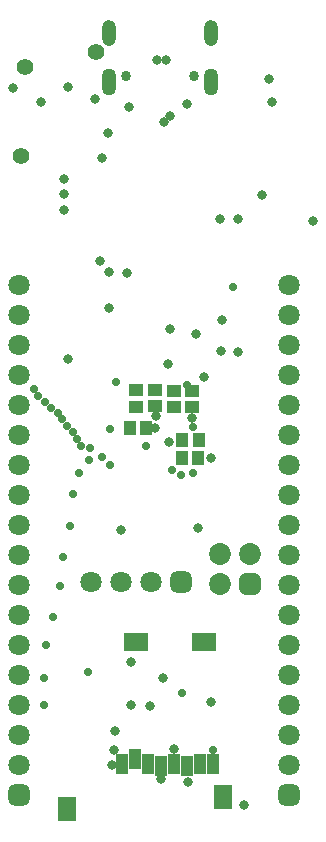
<source format=gbs>
G04*
G04 #@! TF.GenerationSoftware,Altium Limited,Altium Designer,21.8.1 (53)*
G04*
G04 Layer_Color=16711935*
%FSLAX23Y23*%
%MOIN*%
G70*
G04*
G04 #@! TF.SameCoordinates,9A98099C-E915-48DC-B274-BBC1B63A1E23*
G04*
G04*
G04 #@! TF.FilePolarity,Negative*
G04*
G01*
G75*
%ADD50R,0.043X0.047*%
%ADD53R,0.047X0.043*%
%ADD60C,0.071*%
G04:AMPARAMS|DCode=61|XSize=71mil|YSize=71mil|CornerRadius=20mil|HoleSize=0mil|Usage=FLASHONLY|Rotation=90.000|XOffset=0mil|YOffset=0mil|HoleType=Round|Shape=RoundedRectangle|*
%AMROUNDEDRECTD61*
21,1,0.071,0.031,0,0,90.0*
21,1,0.031,0.071,0,0,90.0*
1,1,0.039,0.016,0.016*
1,1,0.039,0.016,-0.016*
1,1,0.039,-0.016,-0.016*
1,1,0.039,-0.016,0.016*
%
%ADD61ROUNDEDRECTD61*%
G04:AMPARAMS|DCode=62|XSize=71mil|YSize=71mil|CornerRadius=20mil|HoleSize=0mil|Usage=FLASHONLY|Rotation=180.000|XOffset=0mil|YOffset=0mil|HoleType=Round|Shape=RoundedRectangle|*
%AMROUNDEDRECTD62*
21,1,0.071,0.031,0,0,180.0*
21,1,0.031,0.071,0,0,180.0*
1,1,0.039,-0.016,0.016*
1,1,0.039,0.016,0.016*
1,1,0.039,0.016,-0.016*
1,1,0.039,-0.016,-0.016*
%
%ADD62ROUNDEDRECTD62*%
G04:AMPARAMS|DCode=63|XSize=73mil|YSize=73mil|CornerRadius=20mil|HoleSize=0mil|Usage=FLASHONLY|Rotation=90.000|XOffset=0mil|YOffset=0mil|HoleType=Round|Shape=RoundedRectangle|*
%AMROUNDEDRECTD63*
21,1,0.073,0.032,0,0,90.0*
21,1,0.032,0.073,0,0,90.0*
1,1,0.040,0.016,0.016*
1,1,0.040,0.016,-0.016*
1,1,0.040,-0.016,-0.016*
1,1,0.040,-0.016,0.016*
%
%ADD63ROUNDEDRECTD63*%
%ADD64C,0.073*%
%ADD65O,0.047X0.087*%
%ADD66O,0.049X0.091*%
%ADD67C,0.034*%
%ADD68C,0.032*%
%ADD69C,0.028*%
%ADD70C,0.055*%
%ADD92R,0.079X0.063*%
%ADD93R,0.063X0.083*%
%ADD94R,0.039X0.067*%
D50*
X468Y-1376D02*
D03*
X522D02*
D03*
X643Y-1414D02*
D03*
X697D02*
D03*
X696Y-1475D02*
D03*
X643D02*
D03*
D53*
X488Y-1250D02*
D03*
Y-1304D02*
D03*
X551Y-1303D02*
D03*
Y-1249D02*
D03*
X676Y-1306D02*
D03*
Y-1253D02*
D03*
X614Y-1251D02*
D03*
Y-1305D02*
D03*
D60*
X1000Y-1200D02*
D03*
Y-1500D02*
D03*
Y-1600D02*
D03*
Y-1700D02*
D03*
Y-1900D02*
D03*
Y-2000D02*
D03*
Y-2200D02*
D03*
Y-2400D02*
D03*
Y-2500D02*
D03*
Y-2300D02*
D03*
Y-2100D02*
D03*
Y-1800D02*
D03*
Y-1400D02*
D03*
Y-1300D02*
D03*
Y-1100D02*
D03*
Y-1000D02*
D03*
Y-900D02*
D03*
X337Y-1890D02*
D03*
X437D02*
D03*
X537D02*
D03*
X100Y-900D02*
D03*
Y-1000D02*
D03*
Y-1100D02*
D03*
Y-1300D02*
D03*
Y-1400D02*
D03*
Y-1800D02*
D03*
Y-2100D02*
D03*
Y-2300D02*
D03*
Y-2500D02*
D03*
Y-2400D02*
D03*
Y-2200D02*
D03*
Y-2000D02*
D03*
Y-1900D02*
D03*
Y-1700D02*
D03*
Y-1600D02*
D03*
Y-1500D02*
D03*
Y-1200D02*
D03*
D61*
X1000Y-2600D02*
D03*
X100D02*
D03*
D62*
X637Y-1890D02*
D03*
D63*
X869Y-1894D02*
D03*
D64*
X769D02*
D03*
X869Y-1794D02*
D03*
X769D02*
D03*
D65*
X738Y-58D02*
D03*
X397D02*
D03*
D66*
X738Y-222D02*
D03*
X397D02*
D03*
D67*
X454Y-203D02*
D03*
X681D02*
D03*
D68*
X438Y-1715D02*
D03*
X695Y-1710D02*
D03*
X737Y-1475D02*
D03*
X596Y-1163D02*
D03*
X395Y-392D02*
D03*
X376Y-474D02*
D03*
X77Y-241D02*
D03*
X171Y-289D02*
D03*
X263Y-238D02*
D03*
X932Y-213D02*
D03*
X367Y-820D02*
D03*
X560Y-150D02*
D03*
X589D02*
D03*
X581Y-356D02*
D03*
X601Y-336D02*
D03*
X602Y-1046D02*
D03*
X829Y-1123D02*
D03*
X600Y-1423D02*
D03*
X716Y-1205D02*
D03*
X536Y-2303D02*
D03*
X738Y-2288D02*
D03*
X675Y-1341D02*
D03*
X397Y-857D02*
D03*
X398Y-974D02*
D03*
X262Y-1146D02*
D03*
X458Y-859D02*
D03*
X572Y-2547D02*
D03*
X616Y-2446D02*
D03*
X661Y-2554D02*
D03*
X407Y-2499D02*
D03*
X772Y-1120D02*
D03*
X941Y-290D02*
D03*
X1079Y-684D02*
D03*
X908Y-600D02*
D03*
X775Y-1015D02*
D03*
X689Y-1062D02*
D03*
X555Y-1336D02*
D03*
X551Y-1376D02*
D03*
X827Y-679D02*
D03*
X769D02*
D03*
X351Y-280D02*
D03*
X249Y-547D02*
D03*
X248Y-648D02*
D03*
Y-597D02*
D03*
X465Y-305D02*
D03*
X659Y-295D02*
D03*
X471Y-2299D02*
D03*
X473Y-2154D02*
D03*
X580Y-2210D02*
D03*
X416Y-2450D02*
D03*
X420Y-2384D02*
D03*
X848Y-2632D02*
D03*
D69*
X374Y-1473D02*
D03*
X334Y-1441D02*
D03*
X813Y-907D02*
D03*
X677Y-1524D02*
D03*
X677Y-1371D02*
D03*
X659Y-1233D02*
D03*
X607Y-1514D02*
D03*
X641Y-2260D02*
D03*
X329Y-2188D02*
D03*
X637Y-1533D02*
D03*
X745Y-2449D02*
D03*
X521Y-1434D02*
D03*
X305Y-1437D02*
D03*
X331Y-1481D02*
D03*
X401Y-1498D02*
D03*
X268Y-1701D02*
D03*
X246Y-1804D02*
D03*
X298Y-1527D02*
D03*
X423Y-1221D02*
D03*
X402Y-1378D02*
D03*
X292Y-1412D02*
D03*
X279Y-1389D02*
D03*
X149Y-1247D02*
D03*
X163Y-1269D02*
D03*
X278Y-1594D02*
D03*
X259Y-1369D02*
D03*
X242Y-1347D02*
D03*
X227Y-1325D02*
D03*
X206Y-1308D02*
D03*
X184Y-1289D02*
D03*
X235Y-1901D02*
D03*
X211Y-2007D02*
D03*
X190Y-2100D02*
D03*
X182Y-2208D02*
D03*
Y-2299D02*
D03*
D70*
X105Y-469D02*
D03*
X118Y-173D02*
D03*
X355Y-121D02*
D03*
D92*
X714Y-2090D02*
D03*
X489D02*
D03*
D93*
X777Y-2607D02*
D03*
X259Y-2647D02*
D03*
D94*
X746Y-2495D02*
D03*
X702D02*
D03*
X659Y-2503D02*
D03*
X616Y-2495D02*
D03*
X573Y-2503D02*
D03*
X529Y-2495D02*
D03*
X486Y-2479D02*
D03*
X443Y-2495D02*
D03*
M02*

</source>
